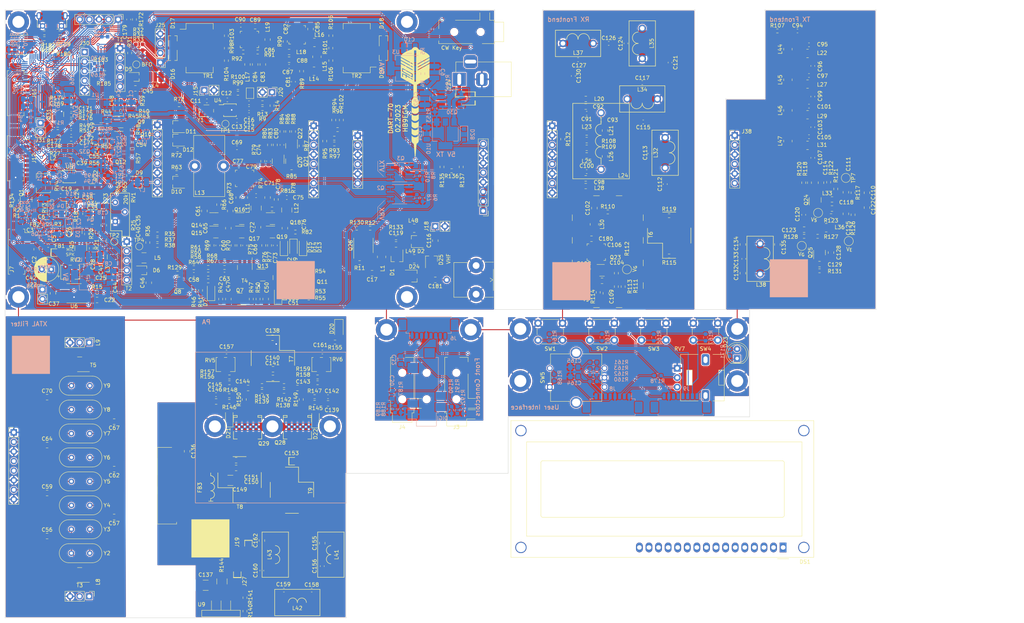
<source format=kicad_pcb>
(kicad_pcb (version 20211014) (generator pcbnew)

  (general
    (thickness 1.6)
  )

  (paper "A4")
  (layers
    (0 "F.Cu" signal)
    (31 "B.Cu" signal)
    (32 "B.Adhes" user "B.Adhesive")
    (33 "F.Adhes" user "F.Adhesive")
    (34 "B.Paste" user)
    (35 "F.Paste" user)
    (36 "B.SilkS" user "B.Silkscreen")
    (37 "F.SilkS" user "F.Silkscreen")
    (38 "B.Mask" user)
    (39 "F.Mask" user)
    (40 "Dwgs.User" user "User.Drawings")
    (41 "Cmts.User" user "User.Comments")
    (42 "Eco1.User" user "User.Eco1")
    (43 "Eco2.User" user "User.Eco2")
    (44 "Edge.Cuts" user)
    (45 "Margin" user)
    (46 "B.CrtYd" user "B.Courtyard")
    (47 "F.CrtYd" user "F.Courtyard")
    (48 "B.Fab" user)
    (49 "F.Fab" user)
    (50 "User.1" user)
    (51 "User.2" user)
    (52 "User.3" user)
    (53 "User.4" user)
    (54 "User.5" user)
    (55 "User.6" user)
    (56 "User.7" user)
    (57 "User.8" user)
    (58 "User.9" user)
  )

  (setup
    (stackup
      (layer "F.SilkS" (type "Top Silk Screen"))
      (layer "F.Paste" (type "Top Solder Paste"))
      (layer "F.Mask" (type "Top Solder Mask") (thickness 0.01))
      (layer "F.Cu" (type "copper") (thickness 0.035))
      (layer "dielectric 1" (type "core") (thickness 1.51) (material "FR4") (epsilon_r 4.5) (loss_tangent 0.02))
      (layer "B.Cu" (type "copper") (thickness 0.035))
      (layer "B.Mask" (type "Bottom Solder Mask") (thickness 0.01))
      (layer "B.Paste" (type "Bottom Solder Paste"))
      (layer "B.SilkS" (type "Bottom Silk Screen"))
      (copper_finish "None")
      (dielectric_constraints no)
    )
    (pad_to_mask_clearance 0)
    (pcbplotparams
      (layerselection 0x0000130_ffffffff)
      (disableapertmacros false)
      (usegerberextensions false)
      (usegerberattributes true)
      (usegerberadvancedattributes true)
      (creategerberjobfile true)
      (svguseinch false)
      (svgprecision 6)
      (excludeedgelayer true)
      (plotframeref false)
      (viasonmask false)
      (mode 1)
      (useauxorigin false)
      (hpglpennumber 1)
      (hpglpenspeed 20)
      (hpglpendiameter 15.000000)
      (dxfpolygonmode true)
      (dxfimperialunits true)
      (dxfusepcbnewfont true)
      (psnegative false)
      (psa4output false)
      (plotreference true)
      (plotvalue true)
      (plotinvisibletext false)
      (sketchpadsonfab false)
      (subtractmaskfromsilk false)
      (outputformat 5)
      (mirror false)
      (drillshape 0)
      (scaleselection 1)
      (outputdirectory "out")
    )
  )

  (net 0 "")
  (net 1 "+12V")
  (net 2 "GND")
  (net 3 "Net-(C2-Pad1)")
  (net 4 "Net-(C3-Pad1)")
  (net 5 "+9VA")
  (net 6 "/MIC")
  (net 7 "Net-(C6-Pad2)")
  (net 8 "+5VA")
  (net 9 "Net-(C10-Pad1)")
  (net 10 "Net-(C11-Pad1)")
  (net 11 "Net-(C11-Pad2)")
  (net 12 "Net-(C14-Pad1)")
  (net 13 "Net-(C14-Pad2)")
  (net 14 "Net-(C15-Pad1)")
  (net 15 "/BFO")
  (net 16 "Net-(C16-Pad1)")
  (net 17 "Net-(C16-Pad2)")
  (net 18 "Net-(C17-Pad1)")
  (net 19 "/Antenna Switch/TX")
  (net 20 "Net-(C18-Pad1)")
  (net 21 "Net-(C18-Pad2)")
  (net 22 "Net-(C19-Pad1)")
  (net 23 "Net-(C19-Pad2)")
  (net 24 "Net-(C20-Pad1)")
  (net 25 "Net-(C20-Pad2)")
  (net 26 "Net-(C22-Pad1)")
  (net 27 "Net-(C23-Pad1)")
  (net 28 "Net-(C23-Pad2)")
  (net 29 "Net-(C25-Pad1)")
  (net 30 "Net-(C25-Pad2)")
  (net 31 "Net-(C26-Pad1)")
  (net 32 "Net-(C27-Pad1)")
  (net 33 "Net-(C27-Pad2)")
  (net 34 "Net-(C28-Pad1)")
  (net 35 "+VRX")
  (net 36 "Net-(C31-Pad1)")
  (net 37 "Net-(C33-Pad1)")
  (net 38 "/Baseband/VAGC")
  (net 39 "Net-(C37-Pad1)")
  (net 40 "Net-(C39-Pad1)")
  (net 41 "Net-(C39-Pad2)")
  (net 42 "Net-(C40-Pad2)")
  (net 43 "Net-(C41-Pad2)")
  (net 44 "Net-(C42-Pad1)")
  (net 45 "/Baseband/SPKR_OUT")
  (net 46 "Net-(C43-Pad2)")
  (net 47 "Net-(C44-Pad2)")
  (net 48 "Net-(C45-Pad1)")
  (net 49 "Net-(C45-Pad2)")
  (net 50 "Net-(C46-Pad1)")
  (net 51 "Net-(C46-Pad2)")
  (net 52 "Net-(C47-Pad1)")
  (net 53 "Net-(C47-Pad2)")
  (net 54 "Net-(C48-Pad1)")
  (net 55 "Net-(C48-Pad2)")
  (net 56 "Net-(C49-Pad1)")
  (net 57 "Net-(C49-Pad2)")
  (net 58 "Net-(C50-Pad1)")
  (net 59 "Net-(C51-Pad2)")
  (net 60 "Net-(C52-Pad1)")
  (net 61 "Net-(C53-Pad1)")
  (net 62 "Net-(C53-Pad2)")
  (net 63 "Net-(C54-Pad2)")
  (net 64 "Net-(C55-Pad1)")
  (net 65 "Net-(C55-Pad2)")
  (net 66 "Net-(C56-Pad2)")
  (net 67 "Net-(C57-Pad2)")
  (net 68 "Net-(C58-Pad1)")
  (net 69 "Net-(C59-Pad2)")
  (net 70 "Net-(C60-Pad2)")
  (net 71 "Net-(C61-Pad1)")
  (net 72 "Net-(C62-Pad2)")
  (net 73 "Net-(C63-Pad2)")
  (net 74 "Net-(C64-Pad2)")
  (net 75 "Net-(C65-Pad1)")
  (net 76 "Net-(C65-Pad2)")
  (net 77 "Net-(C66-Pad2)")
  (net 78 "Net-(C67-Pad2)")
  (net 79 "Net-(C68-Pad1)")
  (net 80 "Net-(C69-Pad1)")
  (net 81 "Net-(C69-Pad2)")
  (net 82 "Net-(C70-Pad2)")
  (net 83 "Net-(C71-Pad2)")
  (net 84 "Net-(C72-Pad1)")
  (net 85 "Net-(C72-Pad2)")
  (net 86 "Net-(C73-Pad2)")
  (net 87 "Net-(C74-Pad2)")
  (net 88 "Net-(C75-Pad2)")
  (net 89 "Net-(C76-Pad1)")
  (net 90 "Net-(C76-Pad2)")
  (net 91 "Net-(C78-Pad1)")
  (net 92 "Net-(C80-Pad1)")
  (net 93 "Net-(C80-Pad2)")
  (net 94 "Net-(C81-Pad1)")
  (net 95 "Net-(C81-Pad2)")
  (net 96 "Net-(C82-Pad1)")
  (net 97 "Net-(C82-Pad2)")
  (net 98 "Net-(C83-Pad2)")
  (net 99 "Net-(C86-Pad1)")
  (net 100 "Net-(C86-Pad2)")
  (net 101 "Net-(C87-Pad2)")
  (net 102 "Net-(C90-Pad2)")
  (net 103 "/70MHz VHF Frontend/VHF_RX")
  (net 104 "/70MHz VHF Frontend/TX_FROM_MIX")
  (net 105 "Net-(C94-Pad2)")
  (net 106 "Net-(C96-Pad2)")
  (net 107 "Net-(C100-Pad2)")
  (net 108 "Net-(C101-Pad2)")
  (net 109 "Net-(C102-Pad2)")
  (net 110 "Net-(C103-Pad1)")
  (net 111 "Net-(C104-Pad2)")
  (net 112 "Net-(C106-Pad1)")
  (net 113 "Net-(C107-Pad2)")
  (net 114 "Net-(C108-Pad1)")
  (net 115 "Net-(C109-Pad2)")
  (net 116 "/70MHz VHF Frontend/+VTX_FE")
  (net 117 "Net-(C111-Pad2)")
  (net 118 "Net-(C112-Pad1)")
  (net 119 "Net-(C112-Pad2)")
  (net 120 "Net-(C114-Pad2)")
  (net 121 "Net-(C115-Pad2)")
  (net 122 "Net-(C118-Pad2)")
  (net 123 "Net-(C120-Pad1)")
  (net 124 "Net-(C120-Pad2)")
  (net 125 "Net-(C121-Pad1)")
  (net 126 "Net-(C125-Pad2)")
  (net 127 "Net-(C126-Pad1)")
  (net 128 "Net-(C128-Pad1)")
  (net 129 "Net-(C128-Pad2)")
  (net 130 "Net-(C129-Pad1)")
  (net 131 "/70MHz VHF Frontend/RX_TO_MIX")
  (net 132 "/70MHz VHF Frontend/VHF_TX")
  (net 133 "Net-(C136-Pad2)")
  (net 134 "VGG1")
  (net 135 "Net-(C140-Pad1)")
  (net 136 "Net-(C140-Pad2)")
  (net 137 "Net-(C143-Pad1)")
  (net 138 "Net-(C143-Pad2)")
  (net 139 "Net-(C144-Pad1)")
  (net 140 "Net-(C144-Pad2)")
  (net 141 "VGG2")
  (net 142 "+3V3")
  (net 143 "/PA 70MHz/VG_5V")
  (net 144 "Net-(C155-Pad2)")
  (net 145 "Net-(C156-Pad2)")
  (net 146 "Net-(C159-Pad2)")
  (net 147 "/Control on separate board/ENC_B")
  (net 148 "/Control on separate board/ENC_A")
  (net 149 "/Control on separate board/3.3V_UI")
  (net 150 "Net-(C169-Pad1)")
  (net 151 "Net-(C171-Pad1)")
  (net 152 "Net-(C172-Pad1)")
  (net 153 "Net-(C173-Pad2)")
  (net 154 "Net-(C164-Pad2)")
  (net 155 "Net-(C176-Pad1)")
  (net 156 "Net-(C165-Pad1)")
  (net 157 "Net-(C116-Pad1)")
  (net 158 "Net-(D5-Pad1)")
  (net 159 "Net-(D5-Pad2)")
  (net 160 "Net-(D6-Pad1)")
  (net 161 "Net-(D6-Pad2)")
  (net 162 "Net-(D7-Pad2)")
  (net 163 "Net-(D8-Pad2)")
  (net 164 "Net-(D9-Pad1)")
  (net 165 "Net-(D10-Pad3)")
  (net 166 "Net-(D10-Pad1)")
  (net 167 "Net-(D11-Pad1)")
  (net 168 "Net-(D11-Pad3)")
  (net 169 "Net-(D13-Pad2)")
  (net 170 "Net-(D14-Pad2)")
  (net 171 "Net-(D15-Pad2)")
  (net 172 "Net-(D16-Pad1)")
  (net 173 "Net-(D16-Pad2)")
  (net 174 "Net-(D16-Pad3)")
  (net 175 "Net-(D17-Pad3)")
  (net 176 "Net-(D18-Pad1)")
  (net 177 "Net-(D18-Pad2)")
  (net 178 "Net-(D18-Pad3)")
  (net 179 "Net-(D19-Pad3)")
  (net 180 "Net-(D20-Pad2)")
  (net 181 "Net-(D21-Pad2)")
  (net 182 "/Control on separate board/STATUSn")
  (net 183 "Net-(D23-Pad2)")
  (net 184 "unconnected-(DS1-Pad1)")
  (net 185 "unconnected-(DS1-Pad2)")
  (net 186 "unconnected-(DS1-Pad3)")
  (net 187 "unconnected-(DS1-Pad4)")
  (net 188 "unconnected-(DS1-Pad5)")
  (net 189 "unconnected-(DS1-Pad6)")
  (net 190 "unconnected-(DS1-Pad7)")
  (net 191 "unconnected-(DS1-Pad8)")
  (net 192 "unconnected-(DS1-Pad9)")
  (net 193 "unconnected-(DS1-Pad10)")
  (net 194 "unconnected-(DS1-Pad11)")
  (net 195 "unconnected-(DS1-Pad12)")
  (net 196 "unconnected-(DS1-Pad13)")
  (net 197 "unconnected-(DS1-Pad14)")
  (net 198 "unconnected-(DS1-Pad15)")
  (net 199 "unconnected-(DS1-Pad16)")
  (net 200 "Net-(FB1-Pad2)")
  (net 201 "unconnected-(J3-PadNC)")
  (net 202 "Net-(J3-PadR1)")
  (net 203 "unconnected-(J3-PadR2)")
  (net 204 "Net-(J3-PadS)")
  (net 205 "Net-(J3-PadT)")
  (net 206 "unconnected-(J3-PadTN)")
  (net 207 "Net-(J4-PadR)")
  (net 208 "Net-(J4-PadTN)")
  (net 209 "/CW_RING")
  (net 210 "/CW_TIP")
  (net 211 "unconnected-(J5-PadTN)")
  (net 212 "Net-(C30-Pad1)")
  (net 213 "Net-(J7-Pad1)")
  (net 214 "Net-(C32-Pad1)")
  (net 215 "/Baseband/SPKR_DET")
  (net 216 "Net-(J8-Pad3)")
  (net 217 "Net-(J9-Pad2)")
  (net 218 "Net-(J9-Pad3)")
  (net 219 "Net-(J9-Pad4)")
  (net 220 "Net-(J9-Pad5)")
  (net 221 "unconnected-(J9-Pad6)")
  (net 222 "unconnected-(J12-Pad3)")
  (net 223 "/Baseband/GPIO_XTAL")
  (net 224 "/EN_VRX")
  (net 225 "/EN_VTX")
  (net 226 "/MIC_PTTn")
  (net 227 "/Baseband/CW_KEYn")
  (net 228 "/Baseband/CW_TONE")
  (net 229 "Net-(Q30-Pad5)")
  (net 230 "/Baseband/SPKR_VOL")
  (net 231 "/MUTE_MICn")
  (net 232 "/SDA")
  (net 233 "/SCL")
  (net 234 "/S_METER")
  (net 235 "/Baseband/VHF_IN")
  (net 236 "/Baseband/VHF_OUT")
  (net 237 "/CLK1")
  (net 238 "Net-(J22-Pad2)")
  (net 239 "+VTX")
  (net 240 "Net-(J24-Pad2)")
  (net 241 "unconnected-(J24-Pad4)")
  (net 242 "unconnected-(J24-Pad5)")
  (net 243 "Net-(J24-Pad7)")
  (net 244 "/Control on separate board/DISP_LAT")
  (net 245 "/Control on separate board/I2C2_SDA")
  (net 246 "/Control on separate board/I2C2_SCL")
  (net 247 "/Control on separate board/PC14")
  (net 248 "/Control on separate board/PC13")
  (net 249 "Net-(C93-Pad1)")
  (net 250 "/Control on separate board/USART1_TX")
  (net 251 "/Control on separate board/USART1_RX")
  (net 252 "/Control on separate board/PB15")
  (net 253 "unconnected-(J34-Pad1)")
  (net 254 "/Control on separate board/USB_DM")
  (net 255 "/Control on separate board/USB_DP")
  (net 256 "Net-(J34-Pad4)")
  (net 257 "/Control on separate board/SWCLK")
  (net 258 "/Control on separate board/SWDIO")
  (net 259 "/Control on separate board/RESETn")
  (net 260 "/LO1")
  (net 261 "Net-(L14-Pad1)")
  (net 262 "Net-(L15-Pad1)")
  (net 263 "Net-(L19-Pad1)")
  (net 264 "Net-(L21-Pad2)")
  (net 265 "Net-(L23-Pad2)")
  (net 266 "Net-(L25-Pad2)")
  (net 267 "Net-(Q1-Pad1)")
  (net 268 "Net-(Q2-Pad4)")
  (net 269 "Net-(Q3-Pad4)")
  (net 270 "Net-(Q6-Pad1)")
  (net 271 "Net-(Q7-Pad1)")
  (net 272 "Net-(Q10-Pad1)")
  (net 273 "Net-(Q10-Pad2)")
  (net 274 "Net-(Q11-Pad1)")
  (net 275 "Net-(Q11-Pad3)")
  (net 276 "Net-(Q13-Pad1)")
  (net 277 "Net-(Q14-Pad2)")
  (net 278 "Net-(Q14-Pad3)")
  (net 279 "Net-(Q16-Pad2)")
  (net 280 "Net-(Q18-Pad2)")
  (net 281 "Net-(Q20-Pad1)")
  (net 282 "Net-(Q21-Pad1)")
  (net 283 "Net-(Q23-Pad1)")
  (net 284 "Net-(Q24-Pad4)")
  (net 285 "/70MHz VHF Frontend/+VRX_FE")
  (net 286 "Net-(Q30-Pad4)")
  (net 287 "Net-(R22-Pad2)")
  (net 288 "Net-(R23-Pad2)")
  (net 289 "Net-(R28-Pad2)")
  (net 290 "Net-(R31-Pad1)")
  (net 291 "Net-(R31-Pad2)")
  (net 292 "Net-(R35-Pad1)")
  (net 293 "Net-(R36-Pad1)")
  (net 294 "Net-(R93-Pad1)")
  (net 295 "Net-(R103-Pad2)")
  (net 296 "Net-(R104-Pad2)")
  (net 297 "Net-(R100-Pad1)")
  (net 298 "Net-(R101-Pad1)")
  (net 299 "Net-(R111-Pad2)")
  (net 300 "Net-(R140-Pad1)")
  (net 301 "Net-(J27-Pad1)")
  (net 302 "Net-(R157-Pad1)")
  (net 303 "Net-(R159-Pad1)")
  (net 304 "Net-(R160-Pad1)")
  (net 305 "Net-(R161-Pad2)")
  (net 306 "/Control on separate board/BTN0")
  (net 307 "/Control on separate board/BTN1")
  (net 308 "/Control on separate board/BTN2")
  (net 309 "/Control on separate board/BTN3")
  (net 310 "Net-(R168-Pad1)")
  (net 311 "/Control on separate board/ENC_BTN")
  (net 312 "/Control on separate board/XTAL1")
  (net 313 "/Control on separate board/XTAL2")
  (net 314 "/Control on separate board/PWM_CW")
  (net 315 "/Control on separate board/MUTE_SPKR")
  (net 316 "Net-(R178-Pad2)")
  (net 317 "Net-(R179-Pad2)")
  (net 318 "Net-(R180-Pad2)")
  (net 319 "/Control on separate board/BOOT0")
  (net 320 "/Control on separate board/BOOT1")
  (net 321 "unconnected-(T3-Pad2)")
  (net 322 "unconnected-(T5-Pad2)")
  (net 323 "unconnected-(TR1-Pad10)")
  (net 324 "unconnected-(TR1-Pad15)")
  (net 325 "unconnected-(TR2-Pad10)")
  (net 326 "unconnected-(TR2-Pad15)")
  (net 327 "Net-(U4-Pad3)")
  (net 328 "Net-(D23-Pad1)")
  (net 329 "Net-(D22-Pad2)")
  (net 330 "unconnected-(T4-Pad2)")
  (net 331 "/Antenna Switch/RX")
  (net 332 "Net-(C38-Pad1)")
  (net 333 "Net-(L22-Pad2)")
  (net 334 "Net-(L27-Pad2)")
  (net 335 "Net-(L29-Pad2)")
  (net 336 "Net-(L31-Pad2)")
  (net 337 "unconnected-(U11-Pad1)")
  (net 338 "Net-(C119-Pad1)")
  (net 339 "/Antenna Switch/ANT")
  (net 340 "/Antenna Switch/V_{PIN}")
  (net 341 "Net-(Q26-Pad5)")
  (net 342 "Net-(Q26-Pad7)")
  (net 343 "/TX_to_PA")
  (net 344 "/Baseband/AGC_to_METER")
  (net 345 "Net-(C136-Pad1)")
  (net 346 "/PA 70MHz/V_{DD}")
  (net 347 "Net-(C154-Pad1)")
  (net 348 "Net-(C137-Pad1)")
  (net 349 "Net-(C181-Pad2)")
  (net 350 "Net-(FB3-Pad1)")
  (net 351 "Net-(J16-Pad5)")
  (net 352 "Net-(C162-Pad2)")
  (net 353 "Net-(J8-Pad2)")
  (net 354 "Net-(J8-Pad5)")
  (net 355 "Net-(J6-Pad5)")
  (net 356 "Net-(C148-Pad2)")
  (net 357 "Net-(Q28-Pad1)")
  (net 358 "Net-(Q29-Pad1)")
  (net 359 "Net-(C147-Pad2)")
  (net 360 "Net-(C163-Pad1)")
  (net 361 "Net-(C163-Pad2)")
  (net 362 "Net-(C177-Pad2)")
  (net 363 "Net-(J7-Pad4)")
  (net 364 "unconnected-(J28-PadNC)")
  (net 365 "Net-(J28-PadR1)")
  (net 366 "Net-(J28-PadR2)")
  (net 367 "unconnected-(J28-PadTN)")
  (net 368 "Net-(Q27-Pad1)")
  (net 369 "Net-(Q32-Pad1)")
  (net 370 "/Control on separate board/PB4")
  (net 371 "/VOX_PTTn")

  (footprint "Capacitor_SMD:C_0603_1608Metric_Pad1.08x0.95mm_HandSolder" (layer "F.Cu") (at 30.48 52.832 180))

  (footprint "Resistor_SMD:R_0603_1608Metric_Pad0.98x0.95mm_HandSolder" (layer "F.Cu") (at 224.663 66.167 -90))

  (footprint "Crystal:Crystal_HC49-U_Vertical" (layer "F.Cu") (at 30.531 145.41))

  (footprint "Resistor_SMD:R_0603_1608Metric_Pad0.98x0.95mm_HandSolder" (layer "F.Cu") (at 72.42 119.228))

  (footprint "Resistor_SMD:R_0603_1608Metric_Pad0.98x0.95mm_HandSolder" (layer "F.Cu") (at 89.916 79.248))

  (footprint "Package_SO:MSOP-10_3x3mm_P0.5mm" (layer "F.Cu") (at 29.972 64.516))

  (footprint "mpb:four_4mm_pads_narrow" (layer "F.Cu") (at 83.85 112.624 -90))

  (footprint "Potentiometer_SMD:Potentiometer_Bourns_3214W_Vertical" (layer "F.Cu") (at 23.114 66.294 -90))

  (footprint "Potentiometer_SMD:Potentiometer_Bourns_3214W_Vertical" (layer "F.Cu") (at 26.67 72.898 180))

  (footprint "Resistor_SMD:R_0603_1608Metric_Pad0.98x0.95mm_HandSolder" (layer "F.Cu") (at 237.744 74.676 90))

  (footprint "Capacitor_SMD:C_0603_1608Metric_Pad1.08x0.95mm_HandSolder" (layer "F.Cu") (at 183.896 58.42 -90))

  (footprint "Resistor_SMD:R_0603_1608Metric_Pad0.98x0.95mm_HandSolder" (layer "F.Cu") (at 59.0785 45.466))

  (footprint "Capacitor_SMD:C_0603_1608Metric_Pad1.08x0.95mm_HandSolder" (layer "F.Cu") (at 42.672 44.45 90))

  (footprint "Resistor_SMD:R_0603_1608Metric_Pad0.98x0.95mm_HandSolder" (layer "F.Cu") (at 228.346 80.391 180))

  (footprint "Capacitor_SMD:C_0805_2012Metric_Pad1.18x1.45mm_HandSolder" (layer "F.Cu") (at 83.977 115.672))

  (footprint "Capacitor_SMD:C_0805_2012Metric_Pad1.18x1.45mm_HandSolder" (layer "F.Cu") (at 83.9555 117.958))

  (footprint "Diode_SMD:D_SOD-123F" (layer "F.Cu") (at 86.868 83.312 90))

  (footprint "Resistor_SMD:R_0603_1608Metric_Pad0.98x0.95mm_HandSolder" (layer "F.Cu") (at 48.514 32.507 180))

  (footprint "mpb:PLD-1.5W" (layer "F.Cu") (at 77.246 130.912))

  (footprint "Capacitor_SMD:C_0805_2012Metric_Pad1.18x1.45mm_HandSolder" (layer "F.Cu") (at 61.214 137.414 -90))

  (footprint "Capacitor_SMD:C_0805_2012Metric_Pad1.18x1.45mm_HandSolder" (layer "F.Cu") (at 208.534 82.55 -90))

  (footprint "Connector_BarrelJack:BarrelJack_Horizontal" (layer "F.Cu") (at 133.35 38.735 180))

  (footprint "Inductor_SMD:L_1008_2520Metric_Pad1.43x2.20mm_HandSolder" (layer "F.Cu") (at 220.472 30.734 90))

  (footprint "Package_TO_SOT_SMD:SOT-23" (layer "F.Cu") (at 58.674 92.71 180))

  (footprint "MountingHole:MountingHole_3.2mm_M3_DIN965_Pad" (layer "F.Cu") (at 149.536 104.956))

  (footprint "Resistor_SMD:R_0603_1608Metric_Pad0.98x0.95mm_HandSolder" (layer "F.Cu") (at 46.6575 52.07 90))

  (footprint "Capacitor_SMD:C_0805_2012Metric_Pad1.18x1.45mm_HandSolder" (layer "F.Cu") (at 168.402 81.026 180))

  (footprint "Inductor_SMD:L_1008_2520Metric_Pad1.43x2.20mm_HandSolder" (layer "F.Cu") (at 94.957 28.956))

  (footprint "Connector_PinHeader_1.27mm:PinHeader_2x04_P1.27mm_Vertical_SMD" (layer "F.Cu") (at 17.272 29.591))

  (footprint "Package_TO_SOT_SMD:SOT-23_Handsoldering" (layer "F.Cu") (at 58.166 54.864 180))

  (footprint "Capacitor_SMD:C_0805_2012Metric_Pad1.18x1.45mm_HandSolder" (layer "F.Cu") (at 97.028 161.798 90))

  (footprint "Capacitor_SMD:C_0603_1608Metric_Pad1.08x0.95mm_HandSolder" (layer "F.Cu") (at 40.8155 51.562 90))

  (footprint "mpb:two_4mm_pads" (layer "F.Cu") (at 135.89 43.815 -90))

  (footprint "Inductor_SMD:L_1008_2520Metric_Pad1.43x2.20mm_HandSolder" (layer "F.Cu") (at 220.472 55.118 90))

  (footprint "Capacitor_SMD:C_0805_2012Metric_Pad1.18x1.45mm_HandSolder" (layer "F.Cu") (at 82.042 97.028 -90))

  (footprint "Capacitor_SMD:C_0603_1608Metric_Pad1.08x0.95mm_HandSolder" (layer "F.Cu") (at 89.408 39.37 90))

  (footprint "Resistor_SMD:R_0603_1608Metric_Pad0.98x0.95mm_HandSolder" (layer "F.Cu") (at 39.7995 48.768))

  (footprint "Inductor_SMD:L_0805_2012Metric_Pad1.15x1.40mm_HandSolder" (layer "F.Cu") (at 167.132 52.832 180))

  (footprint "TestPoint:TestPoint_Pad_D2.0mm" (layer "F.Cu") (at 236.601 81.661 -90))

  (footprint "Resistor_SMD:R_0603_1608Metric_Pad0.98x0.95mm_HandSolder" (layer "F.Cu") (at 72.39 124.206 180))

  (footprint "Package_TO_SOT_SMD:SOT-323_SC-70_Handsoldering" (layer "F.Cu") (at 57.404 27.9185 90))

  (footprint "Resistor_SMD:R_0603_1608Metric_Pad0.98x0.95mm_HandSolder" (layer "F.Cu") (at 76.543 179.822 -90))

  (footprint "Resistor_SMD:R_0603_1608Metric_Pad0.98x0.95mm_HandSolder" (layer "F.Cu") (at 74.676 70.104 -90))

  (footprint "Capacitor_SMD:C_0603_1608Metric_Pad1.08x0.95mm_HandSolder" (layer "F.Cu") (at 76.454 82.804 90))

  (footprint "Potentiometer_SMD:Potentiometer_Bourns_3214W_Vertical" (layer "F.Cu") (at 96.804 114.402))

  (footprint "Capacitor_SMD:C_0805_2012Metric_Pad1.18x1.45mm_HandSolder" (layer "F.Cu") (at 241.427 68.834 90))

  (footprint "Capacitor_SMD:C_0805_2012Metric_Pad1.18x1.45mm_HandSolder" (layer "F.Cu") (at 41.871 129.535 180))

  (footprint "Capacitor_SMD:C_0805_2012Metric_Pad1.18x1.45mm_HandSolder" (layer "F.Cu") (at 79.248 34.798 -90))

  (footprint "Crystal:Crystal_HC49-U_Vertical" (layer "F.Cu") (at 35.431 120.01 180))

  (footprint "Jumper:SolderJumper-2_P1.3mm_Open_TrianglePad1.0x1.5mm" (layer "F.Cu") (at 77.8775 42.418 90))

  (footprint "Capacitor_SMD:C_0805_2012Metric_Pad1.18x1.45mm_HandSolder" (layer "F.Cu") (at 232.156 73.025 180))

  (footprint "Resistor_SMD:R_0603_1608Metric_Pad0.98x0.95mm_HandSolder" (layer "F.Cu") (at 89.408 52.578 -90))

  (footprint "Resistor_SMD:R_0603_1608Metric_Pad0.98x0.95mm_HandSolder" (layer "F.Cu") (at 228.854 89.535 180))

  (footprint "Resistor_SMD:R_0603_1608Metric_Pad0.98x0.95mm_HandSolder" (layer "F.Cu") (at 231.902 74.93))

  (footprint "Capacitor_SMD:C_0805_2012Metric_Pad1.18x1.45mm_HandSolder" (layer "F.Cu")
    (tedit 5F68FEEF) (tstamp 1bafce3e-a05c-40ee-9ab1-dbf1bce75a0d)
    (at 241.427 72.771 -90)
    (descr "Capacitor SMD 0805 (2012 Metric), square (rectangular) end terminal, IPC_7351 nominal with elongated pad for handsoldering. (Body size source: IPC-SM-782 page 76, https://www.pcb-3d.com/wordpress/wp-content/uploads/ipc-sm-782a_amendment_1_and_2.pdf, https://docs.google.com/spreadsheets/d/1BsfQQcO9C6DZCsRaXUlFlo91Tg2WpOkGARC1WS5S8t0/edit?usp=sharing), generated with kicad-footprint-generator")
    (tags "capacitor handsolder")
    (property "MPN" "VJ0805A103KXJTBC")
    (property "Need_order" "0")
    (property "Sheetfile" "frontend_70.kicad_sch")
    (property "Sheetname" "70MHz VHF Frontend")
    (path "/8cbb5345-c7a6-41b7-8a2a-794c3d5f0f34/993db2c0-eaca-475f-914a-6dcd5e59646b")
    (attr smd)
    (fp_text reference "C122" (at 0 -1.68 90) (layer "F.SilkS")
      (effects (font (size 1 1) (thickness 0.15)))
      (tstamp 7f95ec9b-8f9d-490f-889a-fd4e13f43033)
    )
    (fp_text value "10nF" (at 0 1.68 90) (layer "F.Fab")
      (effects (font (size 1 1) (thickness 0.15)))
      (tstamp 28f981c1-9d55-4766-b660-604fc9a667a3)
    )
    (fp_text user "${REFERENCE}" (at 0 0 90) (layer "F.Fab")
      (effects (font (size 0.5 0.5) (thickness 0.08)))
      (tstamp 8ee67f41-f96b-4695-98c0-1178b1f8db3a)
    )
    (fp_line (start -0.261252 -0.735) (end 0.261252 -0.735) (layer "F.SilkS") (width 0.12) (tstamp 3b328fc6-8bad-4959-9c93-f89f1e104038))
    (fp_line (start -0.261252 0.735) (end 0.261252 0.735) (layer "F.SilkS") (width 0.12) (tstamp 88932045-c8b3-4dac-9793-5759f687f195))
    (fp_line (start 1.88 -0.98) (end 1.88 0.98) (layer "F.CrtYd") (width 0.05) (tstamp 1eee918f-d4c6-439b-a8fb-36f57fb150de))
    (fp_line (start -1.88 0.98) (end -1.88 -0.98) (layer "F.CrtYd") (width 0.05) (tstamp 6848395e-0e0c-4133-9e34-99b6360aa7b3))
    (fp_line (start -1.88 -0.98) (end 1.88 -0.98) (layer "F.CrtYd") (width 0.05) (tstamp d66772d1-aaff-4b30-9c19-d84c1a0c1ee8))
    (fp_line (start 1.88 0.98) (end -1.88 0.98) (layer "F.CrtYd") (width 0.05) (tstamp fa51e41e-4fd7-41c7-a14d-556af675cc12))
    (fp_line (start 1 -0.625) (end 1 0.625) (layer "F.Fab") (width 0.1) (tstamp 25099b36-b9e6-4234-8b66-edd2c58b8c29))
    (fp_line (start 1 0.625) (end -1 0.625) (layer "F.Fab") (width 0.1) (tstamp 3c1b96f8-a66f-4a25-abf5-186d45351a20))
    (fp_line (start -1 0.625) (end -1 -0.625) (layer "F.Fab") (width 0.1) (tstamp 898931f4-3aeb-4f77-915f-64f2cd75f99e))
    (fp_line (start -1 -0.625) (end 1 -0.625) (layer "F.Fab") (width 0.1) (tstamp 984dcd59-03b6-4d40-b06f-e8461df1576a))
    (pad "
... [6372932 chars truncated]
</source>
